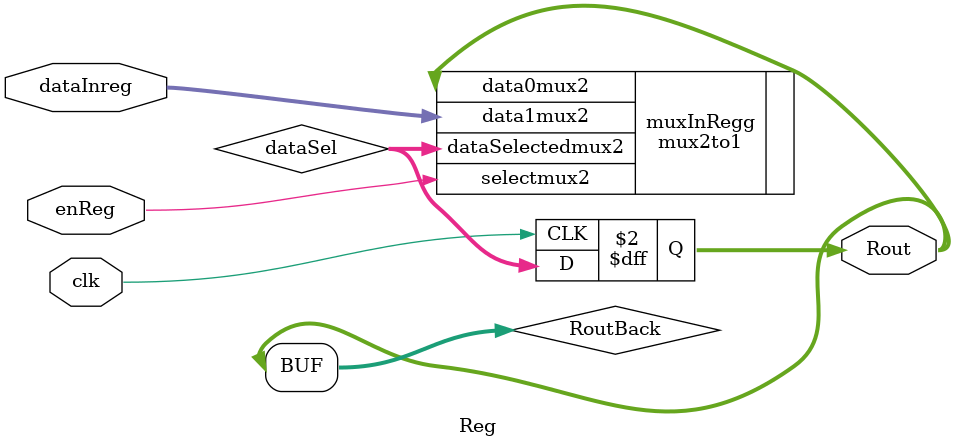
<source format=v>
module Reg(clk,enReg,dataInreg,Rout);
parameter size = 8;

input clk;
input  enReg;
reg [size-1:0] Rin;
input [size-1:0] dataInreg;

output [size-1:0] Rout;
reg [size-1:0] Rout;

wire [size-1:0] RoutBack;
wire [size-1:0] dataSel;
always@(posedge clk)
begin
		/*Rout[7] <= Rin[7];
		Rout[6] <= Rin[6];
		Rout[5] <= Rin[5];
		Rout[4] <= Rin[4];
		Rout[3] <= Rin[3];
		Rout[2] <= Rin[2];
		Rout[1] <= Rin[1];
		Rout[0] <= Rin[0];
		*/
	Rout <= dataSel;
end
mux2to1 muxInRegg(
	.data0mux2 (RoutBack),
	.data1mux2 (dataInreg),
	.selectmux2 (enReg),
	.dataSelectedmux2 (dataSel)
	);
assign RoutBack = Rout;
/*assign Rin[7] = (en&data[7]) | (~en&Rout[7]);
assign Rin[6] = (en&data[6]) | (~en&Rout[6]);
assign Rin[5] = (en&data[5]) | (~en&Rout[5]);
assign Rin[4] = (en&data[4]) | (~en&Rout[4]);
assign Rin[3] = (en&data[3]) | (~en&Rout[3]);
assign Rin[2] = (en&data[2]) | (~en&Rout[2]);
assign Rin[1] = (en&data[1]) | (~en&Rout[1]);
assign Rin[0] = (en&data[0]) | (~en&Rout[0]);
*/
endmodule 
</source>
